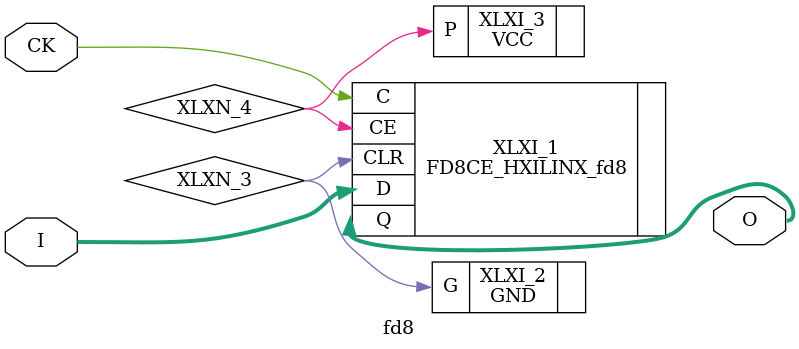
<source format=v>
module fd8(CK, 
           I, 
           O);

    input CK;
    input [7:0] I;
   output [7:0] O;
   
   wire XLXN_3;
   wire XLXN_4;
   
   (* HU_SET = "XLXI_1_0" *) 
   FD8CE_HXILINX_fd8  XLXI_1 (.C(CK), 
                             .CE(XLXN_4), 
                             .CLR(XLXN_3), 
                             .D(I[7:0]), 
                             .Q(O[7:0]));
   GND  XLXI_2 (.G(XLXN_3));
   VCC  XLXI_3 (.P(XLXN_4));
endmodule

</source>
